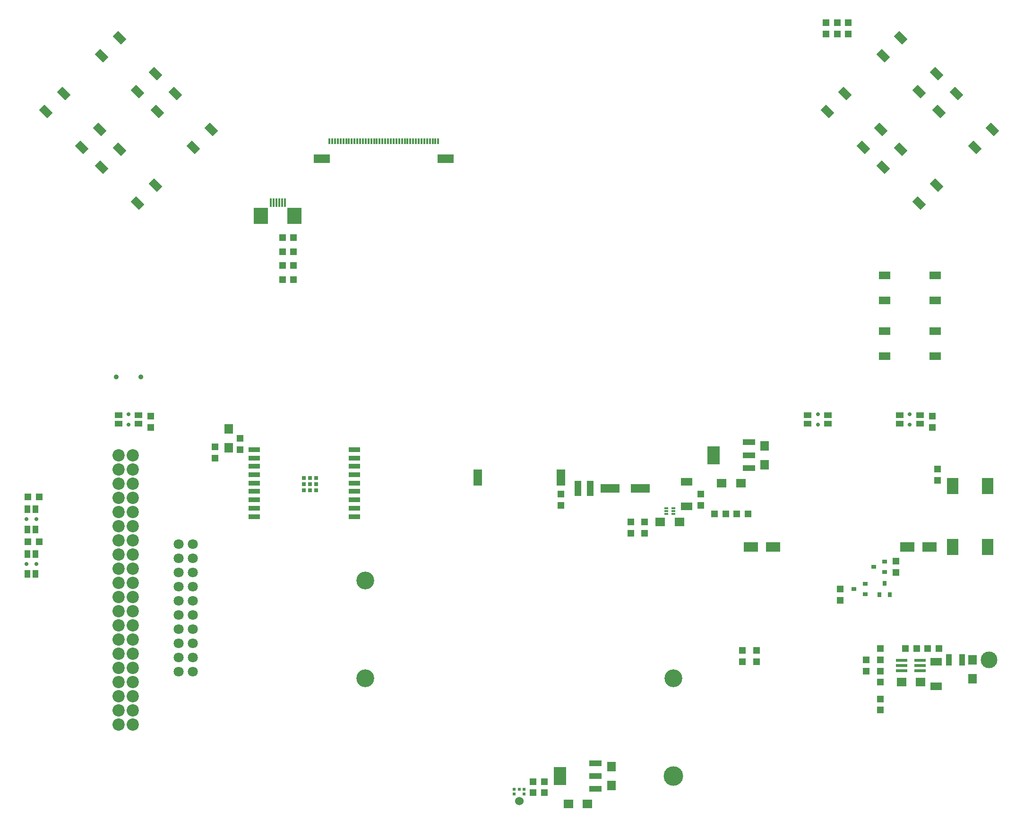
<source format=gts>
G04 #@! TF.GenerationSoftware,KiCad,Pcbnew,7.0.8*
G04 #@! TF.CreationDate,2023-11-01T09:31:04+09:00*
G04 #@! TF.ProjectId,a5d27_handheld_console_pcb,61356432-375f-4686-916e-6468656c645f,rev?*
G04 #@! TF.SameCoordinates,Original*
G04 #@! TF.FileFunction,Soldermask,Top*
G04 #@! TF.FilePolarity,Negative*
%FSLAX46Y46*%
G04 Gerber Fmt 4.6, Leading zero omitted, Abs format (unit mm)*
G04 Created by KiCad (PCBNEW 7.0.8) date 2023-11-01 09:31:04*
%MOMM*%
%LPD*%
G01*
G04 APERTURE LIST*
G04 Aperture macros list*
%AMRotRect*
0 Rectangle, with rotation*
0 The origin of the aperture is its center*
0 $1 length*
0 $2 width*
0 $3 Rotation angle, in degrees counterclockwise*
0 Add horizontal line*
21,1,$1,$2,0,0,$3*%
G04 Aperture macros list end*
%ADD10R,1.200000X1.200000*%
%ADD11R,0.300000X1.000000*%
%ADD12R,0.300000X1.500000*%
%ADD13R,2.500000X3.000000*%
%ADD14R,3.000000X1.500000*%
%ADD15C,2.200000*%
%ADD16C,0.700000*%
%ADD17R,1.400000X1.050000*%
%ADD18RotRect,1.400000X2.100000X45.000000*%
%ADD19R,0.900000X0.800000*%
%ADD20R,2.100000X1.400000*%
%ADD21R,1.600000X1.800000*%
%ADD22R,3.500000X1.600000*%
%ADD23R,0.670000X0.300000*%
%ADD24R,1.800000X1.600000*%
%ADD25R,2.500000X1.700000*%
%ADD26R,1.200000X2.700000*%
%ADD27R,2.000000X3.000000*%
%ADD28R,2.300000X1.000000*%
%ADD29R,2.300000X3.300000*%
%ADD30R,1.050000X1.400000*%
%ADD31R,0.800000X0.900000*%
%ADD32C,1.800000*%
%ADD33R,2.000000X0.500000*%
%ADD34R,1.500000X3.000000*%
%ADD35R,1.100000X2.000000*%
%ADD36R,0.600000X0.522000*%
%ADD37C,1.524000*%
%ADD38R,2.000000X0.900000*%
%ADD39R,0.700000X0.700000*%
%ADD40C,3.000000*%
%ADD41C,3.500000*%
%ADD42C,3.200000*%
%ADD43C,0.900000*%
G04 APERTURE END LIST*
D10*
X107680000Y-169140000D03*
X105680000Y-169140000D03*
D11*
X114080000Y-149390000D03*
X114580000Y-149390000D03*
X115080000Y-149390000D03*
X115580000Y-149390000D03*
X116080000Y-149390000D03*
X116580000Y-149390000D03*
X117080000Y-149390000D03*
X117580000Y-149390000D03*
X118080000Y-149390000D03*
X118580000Y-149390000D03*
X119080000Y-149390000D03*
X119580000Y-149390000D03*
X120080000Y-149390000D03*
X120580000Y-149390000D03*
X121080000Y-149390000D03*
X121580000Y-149390000D03*
X122080000Y-149390000D03*
X122580000Y-149390000D03*
X123080000Y-149390000D03*
X123580000Y-149390000D03*
X124080000Y-149390000D03*
X124580000Y-149390000D03*
X125080000Y-149390000D03*
X125580000Y-149390000D03*
X126080000Y-149390000D03*
X126580000Y-149390000D03*
X127080000Y-149390000D03*
X127580000Y-149390000D03*
X128080000Y-149390000D03*
X128580000Y-149390000D03*
X129080000Y-149390000D03*
X129580000Y-149390000D03*
X130080000Y-149390000D03*
X130580000Y-149390000D03*
X131080000Y-149390000D03*
X131580000Y-149390000D03*
X132080000Y-149390000D03*
X132580000Y-149390000D03*
X133080000Y-149390000D03*
X133580000Y-149390000D03*
D12*
X103580000Y-160390000D03*
X104080000Y-160390000D03*
X104580000Y-160390000D03*
X105080000Y-160390000D03*
X105580000Y-160390000D03*
X106080000Y-160390000D03*
D13*
X101830000Y-162715000D03*
X107830000Y-162715000D03*
D14*
X112730000Y-152490000D03*
X134930000Y-152490000D03*
D15*
X76310000Y-205640000D03*
X76310000Y-208180000D03*
X76310000Y-210720000D03*
X76310000Y-213260000D03*
X76310000Y-215800000D03*
X76310000Y-218340000D03*
X76310000Y-220880000D03*
X76310000Y-223420000D03*
X76310000Y-225960000D03*
X76310000Y-228500000D03*
X76310000Y-231040000D03*
X76310000Y-233580000D03*
X76310000Y-236120000D03*
X76310000Y-238660000D03*
X76310000Y-241200000D03*
X76310000Y-243740000D03*
X76310000Y-246280000D03*
X76310000Y-248820000D03*
X76310000Y-251360000D03*
X76310000Y-253900000D03*
X78850000Y-253900000D03*
X78850000Y-251360000D03*
X78850000Y-248820000D03*
X78850000Y-246280000D03*
X78850000Y-243740000D03*
X78850000Y-241200000D03*
X78850000Y-238660000D03*
X78850000Y-236120000D03*
X78850000Y-233580000D03*
X78850000Y-231040000D03*
X78850000Y-228500000D03*
X78850000Y-225960000D03*
X78850000Y-223420000D03*
X78850000Y-220880000D03*
X78850000Y-218340000D03*
X78850000Y-215800000D03*
X78850000Y-213260000D03*
X78850000Y-210720000D03*
X78850000Y-208180000D03*
X78850000Y-205640000D03*
D10*
X107680000Y-171640000D03*
X105680000Y-171640000D03*
X155580000Y-212640000D03*
X155580000Y-214640000D03*
D16*
X78080000Y-200140000D03*
X78080000Y-198340000D03*
D17*
X79880000Y-199965000D03*
X76280000Y-199965000D03*
X79880000Y-198515000D03*
X76280000Y-198515000D03*
D18*
X209706346Y-150448326D03*
X203271674Y-144013654D03*
X212888326Y-147266346D03*
X206453654Y-140831674D03*
D19*
X208080000Y-229640000D03*
X210080000Y-230590000D03*
X210080000Y-228690000D03*
D20*
X222630000Y-177890000D03*
X213530000Y-177890000D03*
X222630000Y-173390000D03*
X213530000Y-173390000D03*
D21*
X164580000Y-261440000D03*
X164580000Y-264840000D03*
D22*
X169780000Y-211640000D03*
X164380000Y-211640000D03*
D10*
X219280000Y-240340000D03*
X217280000Y-240340000D03*
D23*
X175715000Y-215140000D03*
X174445000Y-216140000D03*
X174445000Y-215640000D03*
X175715000Y-215640000D03*
X174445000Y-215140000D03*
X175715000Y-216140000D03*
D10*
X207080000Y-130140000D03*
X207080000Y-128140000D03*
D24*
X219980000Y-246340000D03*
X216580000Y-246340000D03*
D25*
X221580000Y-222140000D03*
X217580000Y-222140000D03*
D26*
X160780000Y-211640000D03*
X158580000Y-211640000D03*
D10*
X152580000Y-266140000D03*
X152580000Y-264140000D03*
D20*
X178080000Y-214840000D03*
X178080000Y-210440000D03*
D27*
X231980000Y-222140000D03*
X225780000Y-222140000D03*
X231980000Y-211140000D03*
X225780000Y-211140000D03*
D18*
X79706346Y-140448326D03*
X73271674Y-134013654D03*
X82888326Y-137266346D03*
X76453654Y-130831674D03*
D28*
X161730000Y-265440000D03*
X161730000Y-263140000D03*
X161730000Y-260840000D03*
D29*
X155430000Y-263140000D03*
D24*
X176780000Y-217640000D03*
X173380000Y-217640000D03*
D20*
X222630000Y-187890000D03*
X213530000Y-187890000D03*
X222630000Y-183390000D03*
X213530000Y-183390000D03*
D28*
X189230000Y-207940000D03*
X189230000Y-205640000D03*
X189230000Y-203340000D03*
D29*
X182930000Y-205640000D03*
D18*
X219706346Y-160448326D03*
X213271674Y-154013654D03*
X222888326Y-157266346D03*
X216453654Y-150831674D03*
D10*
X223080000Y-208140000D03*
X223080000Y-210140000D03*
X212780000Y-251340000D03*
X212780000Y-249340000D03*
D21*
X96080000Y-204340000D03*
X96080000Y-200940000D03*
D16*
X61580000Y-225140000D03*
X59780000Y-225140000D03*
D30*
X61405000Y-223340000D03*
X61405000Y-226940000D03*
X59955000Y-223340000D03*
X59955000Y-226940000D03*
D18*
X79706346Y-160448326D03*
X73271674Y-154013654D03*
X82888326Y-157266346D03*
X76453654Y-150831674D03*
X229706346Y-150448326D03*
X223271674Y-144013654D03*
X232888326Y-147266346D03*
X226453654Y-140831674D03*
D31*
X213580000Y-228640000D03*
X212630000Y-230640000D03*
X214530000Y-230640000D03*
D18*
X89706346Y-150448326D03*
X83271674Y-144013654D03*
X92888326Y-147266346D03*
X86453654Y-140831674D03*
D21*
X229280000Y-242340000D03*
X229280000Y-245740000D03*
D10*
X107680000Y-174140000D03*
X105680000Y-174140000D03*
X212780000Y-246340000D03*
X212780000Y-244340000D03*
X212780000Y-242340000D03*
X212780000Y-240340000D03*
D18*
X219706346Y-140448326D03*
X213271674Y-134013654D03*
X222888326Y-137266346D03*
X216453654Y-130831674D03*
D10*
X60080000Y-213140000D03*
X62080000Y-213140000D03*
D20*
X222780000Y-247040000D03*
X222780000Y-242640000D03*
D10*
X170580000Y-217640000D03*
X170580000Y-219640000D03*
X188080000Y-240640000D03*
X188080000Y-242640000D03*
X183080000Y-216140000D03*
X185080000Y-216140000D03*
D32*
X89580000Y-244410000D03*
X89580000Y-241870000D03*
X89580000Y-239330000D03*
X89580000Y-236790000D03*
X89580000Y-234250000D03*
X89580000Y-231710000D03*
X89580000Y-229170000D03*
X89580000Y-226630000D03*
X89580000Y-224090000D03*
X89580000Y-221550000D03*
X87040000Y-221550000D03*
X87040000Y-224090000D03*
X87040000Y-226630000D03*
X87040000Y-229170000D03*
X87040000Y-231710000D03*
X87040000Y-234250000D03*
X87040000Y-236790000D03*
X87040000Y-239330000D03*
X87040000Y-241870000D03*
X87040000Y-244410000D03*
D10*
X210280000Y-244340000D03*
X210280000Y-242340000D03*
D21*
X192080000Y-203940000D03*
X192080000Y-207340000D03*
D10*
X93580000Y-204140000D03*
X93580000Y-206140000D03*
X215580000Y-226640000D03*
X215580000Y-224640000D03*
D19*
X211580000Y-225640000D03*
X213580000Y-226590000D03*
X213580000Y-224690000D03*
D10*
X107680000Y-166640000D03*
X105680000Y-166640000D03*
D18*
X69706346Y-150448326D03*
X63271674Y-144013654D03*
X72888326Y-147266346D03*
X66453654Y-140831674D03*
D33*
X219930000Y-244290000D03*
X219930000Y-243340000D03*
X219930000Y-242390000D03*
X216630000Y-242390000D03*
X216630000Y-243340000D03*
X216630000Y-244290000D03*
D10*
X190580000Y-242640000D03*
X190580000Y-240640000D03*
X98080000Y-202640000D03*
X98080000Y-204640000D03*
X150580000Y-266140000D03*
X150580000Y-264140000D03*
D34*
X155530000Y-209640000D03*
X140630000Y-209640000D03*
D10*
X203080000Y-130140000D03*
X203080000Y-128140000D03*
D16*
X218080000Y-200140000D03*
X218080000Y-198340000D03*
D17*
X219880000Y-199965000D03*
X216280000Y-199965000D03*
X219880000Y-198515000D03*
X216280000Y-198515000D03*
D16*
X201580000Y-200140000D03*
X201580000Y-198340000D03*
D17*
X203380000Y-199965000D03*
X199780000Y-199965000D03*
X203380000Y-198515000D03*
X199780000Y-198515000D03*
D10*
X60080000Y-221140000D03*
X62080000Y-221140000D03*
X223280000Y-240340000D03*
X221280000Y-240340000D03*
D16*
X61580000Y-217140000D03*
X59780000Y-217140000D03*
D30*
X61405000Y-215340000D03*
X61405000Y-218940000D03*
X59955000Y-215340000D03*
X59955000Y-218940000D03*
D35*
X225080000Y-242340000D03*
X227480000Y-242340000D03*
D10*
X168080000Y-217640000D03*
X168080000Y-219640000D03*
D36*
X147180000Y-265566000D03*
X147180000Y-266388000D03*
D37*
X148080000Y-267640000D03*
D36*
X148980000Y-266388000D03*
X148980000Y-265566000D03*
X148080000Y-265566000D03*
D24*
X184380000Y-210640000D03*
X187780000Y-210640000D03*
D10*
X205580000Y-229640000D03*
X205580000Y-231640000D03*
D38*
X100580000Y-204640000D03*
X100580000Y-206140000D03*
X100580000Y-207640000D03*
X100580000Y-209140000D03*
X100580000Y-210640000D03*
X100580000Y-212140000D03*
X100580000Y-213640000D03*
X100580000Y-215140000D03*
X100580000Y-216640000D03*
X118580000Y-216640000D03*
X118580000Y-215140000D03*
X118580000Y-213640000D03*
X118580000Y-212140000D03*
X118580000Y-210640000D03*
X118580000Y-209140000D03*
X118580000Y-207640000D03*
X118580000Y-206140000D03*
X118580000Y-204640000D03*
D39*
X109480000Y-209740000D03*
X109480000Y-210840000D03*
X109480000Y-211940000D03*
X110580000Y-209740000D03*
X110580000Y-210840000D03*
X110580000Y-211940000D03*
X111680000Y-209740000D03*
X111680000Y-210840000D03*
X111680000Y-211940000D03*
D10*
X205080000Y-130140000D03*
X205080000Y-128140000D03*
X187080000Y-216140000D03*
X189080000Y-216140000D03*
X180580000Y-212640000D03*
X180580000Y-214640000D03*
D24*
X156880000Y-268140000D03*
X160280000Y-268140000D03*
D10*
X82080000Y-198640000D03*
X82080000Y-200640000D03*
X222080000Y-198640000D03*
X222080000Y-200640000D03*
D40*
X232280000Y-242340000D03*
D25*
X189580000Y-222140000D03*
X193580000Y-222140000D03*
D41*
X175680000Y-263140000D03*
D42*
X175680000Y-245640000D03*
X120480000Y-245640000D03*
X120480000Y-228140000D03*
D43*
X75880000Y-191640000D03*
X80280000Y-191640000D03*
M02*

</source>
